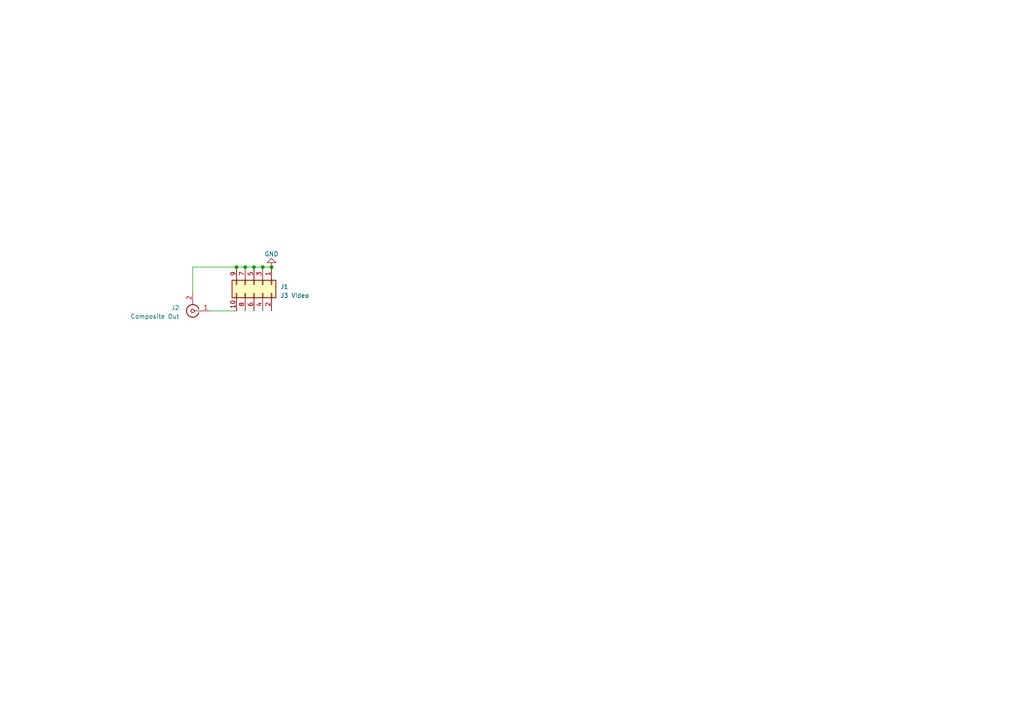
<source format=kicad_sch>
(kicad_sch (version 20230121) (generator eeschema)

  (uuid 5b313710-aa3d-45d8-80af-5376a1757e19)

  (paper "A4")

  (lib_symbols
    (symbol "Connector:Conn_Coaxial" (pin_names (offset 1.016) hide) (in_bom yes) (on_board yes)
      (property "Reference" "J" (at 0.254 3.048 0)
        (effects (font (size 1.27 1.27)))
      )
      (property "Value" "Conn_Coaxial" (at 2.921 0 90)
        (effects (font (size 1.27 1.27)))
      )
      (property "Footprint" "" (at 0 0 0)
        (effects (font (size 1.27 1.27)) hide)
      )
      (property "Datasheet" " ~" (at 0 0 0)
        (effects (font (size 1.27 1.27)) hide)
      )
      (property "ki_keywords" "BNC SMA SMB SMC LEMO coaxial connector CINCH RCA" (at 0 0 0)
        (effects (font (size 1.27 1.27)) hide)
      )
      (property "ki_description" "coaxial connector (BNC, SMA, SMB, SMC, Cinch/RCA, LEMO, ...)" (at 0 0 0)
        (effects (font (size 1.27 1.27)) hide)
      )
      (property "ki_fp_filters" "*BNC* *SMA* *SMB* *SMC* *Cinch* *LEMO*" (at 0 0 0)
        (effects (font (size 1.27 1.27)) hide)
      )
      (symbol "Conn_Coaxial_0_1"
        (arc (start -1.778 -0.508) (mid 0.2311 -1.8066) (end 1.778 0)
          (stroke (width 0.254) (type default))
          (fill (type none))
        )
        (polyline
          (pts
            (xy -2.54 0)
            (xy -0.508 0)
          )
          (stroke (width 0) (type default))
          (fill (type none))
        )
        (polyline
          (pts
            (xy 0 -2.54)
            (xy 0 -1.778)
          )
          (stroke (width 0) (type default))
          (fill (type none))
        )
        (circle (center 0 0) (radius 0.508)
          (stroke (width 0.2032) (type default))
          (fill (type none))
        )
        (arc (start 1.778 0) (mid 0.2099 1.8101) (end -1.778 0.508)
          (stroke (width 0.254) (type default))
          (fill (type none))
        )
      )
      (symbol "Conn_Coaxial_1_1"
        (pin passive line (at -5.08 0 0) (length 2.54)
          (name "In" (effects (font (size 1.27 1.27))))
          (number "1" (effects (font (size 1.27 1.27))))
        )
        (pin passive line (at 0 -5.08 90) (length 2.54)
          (name "Ext" (effects (font (size 1.27 1.27))))
          (number "2" (effects (font (size 1.27 1.27))))
        )
      )
    )
    (symbol "Connector_Generic:Conn_02x05_Odd_Even" (pin_names (offset 1.016) hide) (in_bom yes) (on_board yes)
      (property "Reference" "J" (at 1.27 7.62 0)
        (effects (font (size 1.27 1.27)))
      )
      (property "Value" "Conn_02x05_Odd_Even" (at 1.27 -7.62 0)
        (effects (font (size 1.27 1.27)))
      )
      (property "Footprint" "" (at 0 0 0)
        (effects (font (size 1.27 1.27)) hide)
      )
      (property "Datasheet" "~" (at 0 0 0)
        (effects (font (size 1.27 1.27)) hide)
      )
      (property "ki_keywords" "connector" (at 0 0 0)
        (effects (font (size 1.27 1.27)) hide)
      )
      (property "ki_description" "Generic connector, double row, 02x05, odd/even pin numbering scheme (row 1 odd numbers, row 2 even numbers), script generated (kicad-library-utils/schlib/autogen/connector/)" (at 0 0 0)
        (effects (font (size 1.27 1.27)) hide)
      )
      (property "ki_fp_filters" "Connector*:*_2x??_*" (at 0 0 0)
        (effects (font (size 1.27 1.27)) hide)
      )
      (symbol "Conn_02x05_Odd_Even_1_1"
        (rectangle (start -1.27 -4.953) (end 0 -5.207)
          (stroke (width 0.1524) (type default))
          (fill (type none))
        )
        (rectangle (start -1.27 -2.413) (end 0 -2.667)
          (stroke (width 0.1524) (type default))
          (fill (type none))
        )
        (rectangle (start -1.27 0.127) (end 0 -0.127)
          (stroke (width 0.1524) (type default))
          (fill (type none))
        )
        (rectangle (start -1.27 2.667) (end 0 2.413)
          (stroke (width 0.1524) (type default))
          (fill (type none))
        )
        (rectangle (start -1.27 5.207) (end 0 4.953)
          (stroke (width 0.1524) (type default))
          (fill (type none))
        )
        (rectangle (start -1.27 6.35) (end 3.81 -6.35)
          (stroke (width 0.254) (type default))
          (fill (type background))
        )
        (rectangle (start 3.81 -4.953) (end 2.54 -5.207)
          (stroke (width 0.1524) (type default))
          (fill (type none))
        )
        (rectangle (start 3.81 -2.413) (end 2.54 -2.667)
          (stroke (width 0.1524) (type default))
          (fill (type none))
        )
        (rectangle (start 3.81 0.127) (end 2.54 -0.127)
          (stroke (width 0.1524) (type default))
          (fill (type none))
        )
        (rectangle (start 3.81 2.667) (end 2.54 2.413)
          (stroke (width 0.1524) (type default))
          (fill (type none))
        )
        (rectangle (start 3.81 5.207) (end 2.54 4.953)
          (stroke (width 0.1524) (type default))
          (fill (type none))
        )
        (pin passive line (at -5.08 5.08 0) (length 3.81)
          (name "Pin_1" (effects (font (size 1.27 1.27))))
          (number "1" (effects (font (size 1.27 1.27))))
        )
        (pin passive line (at 7.62 -5.08 180) (length 3.81)
          (name "Pin_10" (effects (font (size 1.27 1.27))))
          (number "10" (effects (font (size 1.27 1.27))))
        )
        (pin passive line (at 7.62 5.08 180) (length 3.81)
          (name "Pin_2" (effects (font (size 1.27 1.27))))
          (number "2" (effects (font (size 1.27 1.27))))
        )
        (pin passive line (at -5.08 2.54 0) (length 3.81)
          (name "Pin_3" (effects (font (size 1.27 1.27))))
          (number "3" (effects (font (size 1.27 1.27))))
        )
        (pin passive line (at 7.62 2.54 180) (length 3.81)
          (name "Pin_4" (effects (font (size 1.27 1.27))))
          (number "4" (effects (font (size 1.27 1.27))))
        )
        (pin passive line (at -5.08 0 0) (length 3.81)
          (name "Pin_5" (effects (font (size 1.27 1.27))))
          (number "5" (effects (font (size 1.27 1.27))))
        )
        (pin passive line (at 7.62 0 180) (length 3.81)
          (name "Pin_6" (effects (font (size 1.27 1.27))))
          (number "6" (effects (font (size 1.27 1.27))))
        )
        (pin passive line (at -5.08 -2.54 0) (length 3.81)
          (name "Pin_7" (effects (font (size 1.27 1.27))))
          (number "7" (effects (font (size 1.27 1.27))))
        )
        (pin passive line (at 7.62 -2.54 180) (length 3.81)
          (name "Pin_8" (effects (font (size 1.27 1.27))))
          (number "8" (effects (font (size 1.27 1.27))))
        )
        (pin passive line (at -5.08 -5.08 0) (length 3.81)
          (name "Pin_9" (effects (font (size 1.27 1.27))))
          (number "9" (effects (font (size 1.27 1.27))))
        )
      )
    )
    (symbol "power:GND" (power) (pin_names (offset 0)) (in_bom yes) (on_board yes)
      (property "Reference" "#PWR" (at 0 -6.35 0)
        (effects (font (size 1.27 1.27)) hide)
      )
      (property "Value" "GND" (at 0 -3.81 0)
        (effects (font (size 1.27 1.27)))
      )
      (property "Footprint" "" (at 0 0 0)
        (effects (font (size 1.27 1.27)) hide)
      )
      (property "Datasheet" "" (at 0 0 0)
        (effects (font (size 1.27 1.27)) hide)
      )
      (property "ki_keywords" "global power" (at 0 0 0)
        (effects (font (size 1.27 1.27)) hide)
      )
      (property "ki_description" "Power symbol creates a global label with name \"GND\" , ground" (at 0 0 0)
        (effects (font (size 1.27 1.27)) hide)
      )
      (symbol "GND_0_1"
        (polyline
          (pts
            (xy 0 0)
            (xy 0 -1.27)
            (xy 1.27 -1.27)
            (xy 0 -2.54)
            (xy -1.27 -1.27)
            (xy 0 -1.27)
          )
          (stroke (width 0) (type default))
          (fill (type none))
        )
      )
      (symbol "GND_1_1"
        (pin power_in line (at 0 0 270) (length 0) hide
          (name "GND" (effects (font (size 1.27 1.27))))
          (number "1" (effects (font (size 1.27 1.27))))
        )
      )
    )
  )

  (junction (at 78.74 77.47) (diameter 0) (color 0 0 0 0)
    (uuid 4a070fba-0a9b-4564-bbd8-9bba17062fdb)
  )
  (junction (at 73.66 77.47) (diameter 0) (color 0 0 0 0)
    (uuid 9758f61c-eb21-449b-8e84-9430cebff52c)
  )
  (junction (at 68.58 77.47) (diameter 0) (color 0 0 0 0)
    (uuid 9f1243aa-524a-4a7d-951d-f40079d40584)
  )
  (junction (at 71.12 77.47) (diameter 0) (color 0 0 0 0)
    (uuid d6787514-1e55-41cb-9e3e-2e7351b5e1ba)
  )
  (junction (at 76.2 77.47) (diameter 0) (color 0 0 0 0)
    (uuid f64451ca-68de-4124-921d-e09cbb22623c)
  )

  (wire (pts (xy 76.2 77.47) (xy 78.74 77.47))
    (stroke (width 0) (type default))
    (uuid 34bc399c-f7c9-450f-945a-c686caa7ba08)
  )
  (wire (pts (xy 55.88 77.47) (xy 68.58 77.47))
    (stroke (width 0) (type default))
    (uuid 44c937f5-68db-476a-977a-3fbb09ca49ae)
  )
  (wire (pts (xy 55.88 85.09) (xy 55.88 77.47))
    (stroke (width 0) (type default))
    (uuid 533bdff9-22f0-4e37-877f-e3313f0f7d25)
  )
  (wire (pts (xy 68.58 77.47) (xy 71.12 77.47))
    (stroke (width 0) (type default))
    (uuid 5a1c8ca4-c9a7-4579-85b6-0dc944dfff09)
  )
  (wire (pts (xy 60.96 90.17) (xy 68.58 90.17))
    (stroke (width 0) (type default))
    (uuid 73a4f8b2-0df1-456c-9861-da55ae14d628)
  )
  (wire (pts (xy 73.66 77.47) (xy 76.2 77.47))
    (stroke (width 0) (type default))
    (uuid 9c903021-09b3-4dca-927c-d83cecb7ecf6)
  )
  (wire (pts (xy 71.12 77.47) (xy 73.66 77.47))
    (stroke (width 0) (type default))
    (uuid d6bf5bda-e04f-4134-9fd9-cc4c6102dcd7)
  )

  (symbol (lib_id "Connector_Generic:Conn_02x05_Odd_Even") (at 73.66 82.55 270) (unit 1)
    (in_bom yes) (on_board yes) (dnp no) (fields_autoplaced)
    (uuid 8ce5215d-8452-4bc3-a549-dabc2d721155)
    (property "Reference" "J1" (at 81.28 83.185 90)
      (effects (font (size 1.27 1.27)) (justify left))
    )
    (property "Value" "J3 Video" (at 81.28 85.725 90)
      (effects (font (size 1.27 1.27)) (justify left))
    )
    (property "Footprint" "Connector_PinSocket_2.54mm:PinSocket_2x05_P2.54mm_Vertical" (at 73.66 82.55 0)
      (effects (font (size 1.27 1.27)) hide)
    )
    (property "Datasheet" "~" (at 73.66 82.55 0)
      (effects (font (size 1.27 1.27)) hide)
    )
    (pin "1" (uuid 7c4e716c-1dae-4457-81ba-f2459f15671e))
    (pin "10" (uuid 3bd5a917-1702-4c7e-b20b-926840d918c0))
    (pin "2" (uuid 9f5861ee-c512-4403-83a4-ba28cde442f0))
    (pin "3" (uuid 079c1802-70c7-41c7-89e2-0f7e39fa5130))
    (pin "4" (uuid d70547f1-4ed8-4826-a7e3-501034ed11a0))
    (pin "5" (uuid 685c0a27-77c2-415d-aaad-45b964aa9054))
    (pin "6" (uuid 6a98b5bc-94d4-4acb-ac6f-40ba92f2e7e5))
    (pin "7" (uuid 7690102a-8fc7-47c1-969e-769d5cca3482))
    (pin "8" (uuid 3e9042f7-5411-403a-b5b2-56e04658bba1))
    (pin "9" (uuid 41edb5d6-8b24-47c3-bb4e-ea41a3af8a9b))
    (instances
      (project "composite-video-adapter"
        (path "/5b313710-aa3d-45d8-80af-5376a1757e19"
          (reference "J1") (unit 1)
        )
      )
    )
  )

  (symbol (lib_id "power:GND") (at 78.74 77.47 180) (unit 1)
    (in_bom yes) (on_board yes) (dnp no) (fields_autoplaced)
    (uuid a6213420-8b22-4561-bdb2-9216a60c9b1c)
    (property "Reference" "#PWR01" (at 78.74 71.12 0)
      (effects (font (size 1.27 1.27)) hide)
    )
    (property "Value" "GND" (at 78.74 73.66 0)
      (effects (font (size 1.27 1.27)))
    )
    (property "Footprint" "" (at 78.74 77.47 0)
      (effects (font (size 1.27 1.27)) hide)
    )
    (property "Datasheet" "" (at 78.74 77.47 0)
      (effects (font (size 1.27 1.27)) hide)
    )
    (pin "1" (uuid 3ead9ce0-0bf9-481b-9bd9-fe12b4508c38))
    (instances
      (project "composite-video-adapter"
        (path "/5b313710-aa3d-45d8-80af-5376a1757e19"
          (reference "#PWR01") (unit 1)
        )
      )
    )
  )

  (symbol (lib_id "Connector:Conn_Coaxial") (at 55.88 90.17 180) (unit 1)
    (in_bom yes) (on_board yes) (dnp no) (fields_autoplaced)
    (uuid cac3bc44-2725-48a4-8f18-ea35da659e9e)
    (property "Reference" "J2" (at 52.07 89.2418 0)
      (effects (font (size 1.27 1.27)) (justify left))
    )
    (property "Value" "Composite Out" (at 52.07 91.7818 0)
      (effects (font (size 1.27 1.27)) (justify left))
    )
    (property "Footprint" "composite-video-adapter:KOBICONN_161-03X0-E" (at 55.88 90.17 0)
      (effects (font (size 1.27 1.27)) hide)
    )
    (property "Datasheet" " ~" (at 55.88 90.17 0)
      (effects (font (size 1.27 1.27)) hide)
    )
    (pin "1" (uuid 3a1ea8f1-bc57-4566-ad7b-cbbcc9adc776))
    (pin "2" (uuid 4457c583-58b1-4721-b02e-f1f0c35f83f8))
    (instances
      (project "composite-video-adapter"
        (path "/5b313710-aa3d-45d8-80af-5376a1757e19"
          (reference "J2") (unit 1)
        )
      )
    )
  )

  (sheet_instances
    (path "/" (page "1"))
  )
)

</source>
